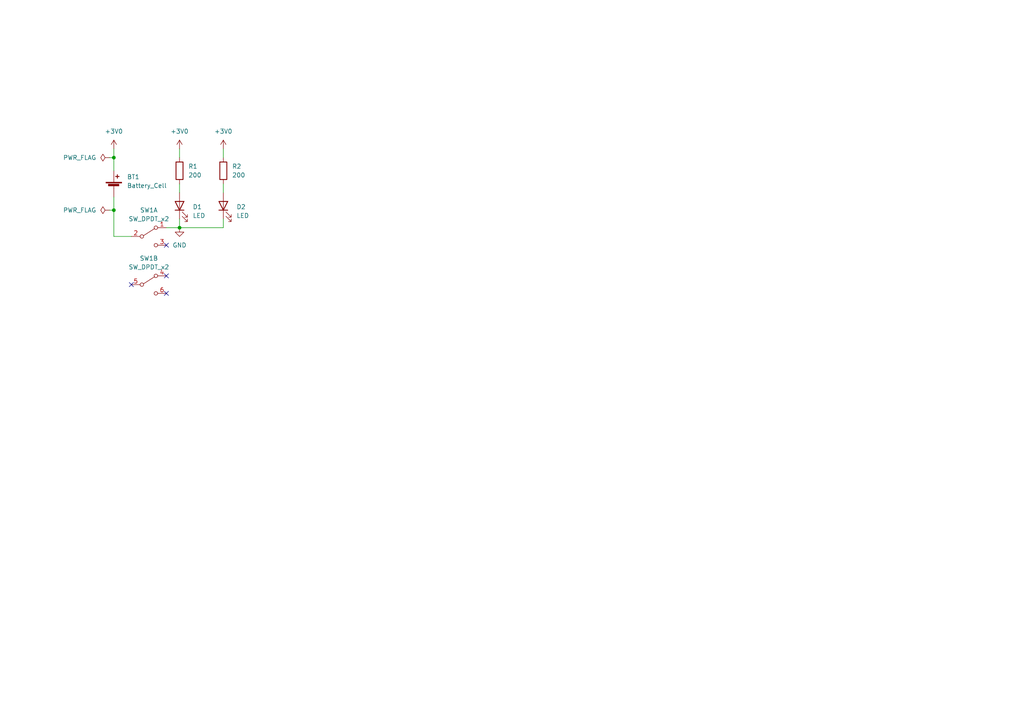
<source format=kicad_sch>
(kicad_sch (version 20211123) (generator eeschema)
  (paper "A4")
  (title_block (title "Eule") (date "2023-02-02") (rev "v2.0") (company "Kaulquappe(ZTL)"))
  (lib_symbols
    (symbol "Device:Battery_Cell" (pin_numbers hide) (pin_names (offset 0) hide)
      (property "Reference" "BT" (at 2.54 2.54 0))
      (property "Value" "Battery_Cell" (at 2.54 0 0))
      (symbol "Battery_Cell_0_1"
        (rectangle (start -2.286 1.778) (end 2.286 1.524) (fill (type outline)))
        (rectangle (start -1.5748 1.1938) (end 1.4732 0.6858) (fill (type outline)))
        (polyline (pts (xy 0 0.762) (xy 0 0)))
        (polyline (pts (xy 0 1.778) (xy 0 2.54)))
        (polyline (pts (xy 0.508 3.429) (xy 1.524 3.429)) (stroke (width 0.254)))
        (polyline (pts (xy 1.016 3.937) (xy 1.016 2.921)) (stroke (width 0.254)))
      )
      (symbol "Battery_Cell_1_1"
        (pin passive line (at 0 5.08 270) (length 2.54) (name "+") (number "1"))
        (pin passive line (at 0 -2.54 90) (length 2.54) (name "-") (number "2"))
      )
    )
    (symbol "Device:LED" (pin_numbers hide) (pin_names (offset 1.016) hide)
      (property "Reference" "D" (at 0 2.54 0))
      (property "Value" "LED" (at 0 -2.54 0))
      (symbol "LED_0_1"
        (polyline (pts (xy -1.27 -1.27) (xy -1.27 1.27)) (stroke (width 0.254)))
        (polyline (pts (xy -1.27 0) (xy 1.27 0)))
        (polyline (pts (xy 1.27 -1.27) (xy 1.27 1.27) (xy -1.27 0) (xy 1.27 -1.27)) (stroke (width 0.254)))
        (polyline (pts (xy -3.048 -0.762) (xy -4.572 -2.286) (xy -3.81 -2.286) (xy -4.572 -2.286) (xy -4.572 -1.524)))
        (polyline (pts (xy -1.778 -0.762) (xy -3.302 -2.286) (xy -2.54 -2.286) (xy -3.302 -2.286) (xy -3.302 -1.524)))
      )
      (symbol "LED_1_1"
        (pin passive line (at -3.81 0 0) (length 2.54) (name "K") (number "1"))
        (pin passive line (at 3.81 0 180) (length 2.54) (name "A") (number "2"))
      )
    )
    (symbol "Device:R" (pin_numbers hide) (pin_names (offset 0))
      (property "Reference" "R" (at 2.032 0 90))
      (property "Value" "R" (at 0 0 90))
      (symbol "R_0_1"
        (rectangle (start -1.016 -2.54) (end 1.016 2.54) (stroke (width 0.254)))
      )
      (symbol "R_1_1"
        (pin passive line (at 0 3.81 270) (length 1.27) (name "~") (number "1"))
        (pin passive line (at 0 -3.81 90) (length 1.27) (name "~") (number "2"))
      )
    )
    (symbol "Switch:SW_DPDT_x2" (pin_names (offset 0) hide)
      (property "Reference" "SW" (at 0 4.318 0))
      (property "Value" "SW_DPDT_x2" (at 0 -5.08 0))
      (symbol "SW_DPDT_x2_0_0"
        (circle (center -2.032 0) (radius 0.508))
        (circle (center 2.032 -2.54) (radius 0.508))
      )
      (symbol "SW_DPDT_x2_0_1"
        (polyline (pts (xy -1.524 0.254) (xy 1.651 2.286)))
        (circle (center 2.032 2.54) (radius 0.508))
      )
      (symbol "SW_DPDT_x2_1_1"
        (pin passive line (at 5.08 2.54 180) (length 2.54) (name "A") (number "1"))
        (pin passive line (at -5.08 0 0) (length 2.54) (name "B") (number "2"))
        (pin passive line (at 5.08 -2.54 180) (length 2.54) (name "C") (number "3"))
      )
      (symbol "SW_DPDT_x2_2_1"
        (pin passive line (at 5.08 2.54 180) (length 2.54) (name "A") (number "4"))
        (pin passive line (at -5.08 0 0) (length 2.54) (name "B") (number "5"))
        (pin passive line (at 5.08 -2.54 180) (length 2.54) (name "C") (number "6"))
      )
    )
    (symbol "power:+3V0" (power) (pin_names (offset 0))
      (property "Value" "+3V0" (at 0 3.556 0))
      (symbol "+3V0_0_1"
        (polyline (pts (xy -0.762 1.27) (xy 0 2.54)))
        (polyline (pts (xy 0 0) (xy 0 2.54)))
        (polyline (pts (xy 0 2.54) (xy 0.762 1.27)))
      )
      (symbol "+3V0_1_1"
        (pin power_in line (at 0 0 90) (length 0) hide (name "+3V0") (number "1"))
      )
    )
    (symbol "power:GND" (power) (pin_names (offset 0))
      (property "Value" "GND" (at 0 -3.81 0))
      (symbol "GND_0_1"
        (polyline (pts (xy 0 0) (xy 0 -1.27) (xy 1.27 -1.27) (xy 0 -2.54) (xy -1.27 -1.27) (xy 0 -1.27)))
      )
      (symbol "GND_1_1"
        (pin power_in line (at 0 0 270) (length 0) hide (name "GND") (number "1"))
      )
    )
    (symbol "power:PWR_FLAG" (power) (pin_numbers hide) (pin_names (offset 0) hide)
      (property "Value" "PWR_FLAG" (at 0 3.81 0))
      (symbol "PWR_FLAG_0_0"
        (pin power_out line (at 0 0 90) (length 0) (name "pwr") (number "1"))
      )
      (symbol "PWR_FLAG_0_1"
        (polyline (pts (xy 0 0) (xy 0 1.27) (xy -1.016 1.905) (xy 0 2.54) (xy 1.016 1.905) (xy 0 1.27)))
      )
    )
  )
  (junction (at 33.02 45.72))
  (junction (at 33.02 60.96))
  (junction (at 52.07 66.04))
  (no_connect (at 38.1 82.55))
  (no_connect (at 48.26 80.01))
  (no_connect (at 48.26 71.12))
  (no_connect (at 48.26 85.09))
  (wire (pts (xy 52.07 53.34) (xy 52.07 55.88)))
  (wire (pts (xy 33.02 60.96) (xy 33.02 68.58)))
  (wire (pts (xy 52.07 43.18) (xy 52.07 45.72)))
  (wire (pts (xy 64.77 63.5) (xy 64.77 66.04)))
  (wire (pts (xy 33.02 45.72) (xy 33.02 49.53)))
  (wire (pts (xy 64.77 53.34) (xy 64.77 55.88)))
  (wire (pts (xy 33.02 68.58) (xy 38.1 68.58)))
  (wire (pts (xy 48.26 66.04) (xy 52.07 66.04)))
  (wire (pts (xy 64.77 43.18) (xy 64.77 45.72)))
  (wire (pts (xy 31.75 45.72) (xy 33.02 45.72)))
  (wire (pts (xy 52.07 63.5) (xy 52.07 66.04)))
  (wire (pts (xy 31.75 60.96) (xy 33.02 60.96)))
  (wire (pts (xy 33.02 43.18) (xy 33.02 45.72)))
  (wire (pts (xy 33.02 57.15) (xy 33.02 60.96)))
  (wire (pts (xy 64.77 66.04) (xy 52.07 66.04)))
  (symbol (lib_id "Switch:SW_DPDT_x2") (at 43.18 68.58 0) (unit 1)
    (property "Reference" "SW1" (at 43.18 60.96 0))
    (property "Value" "SW_DPDT_x2" (at 43.18 63.5 0))
    (property "Footprint" "MSS22D18G2:MSS22D18G2" (effects hide))
  )
  (symbol (lib_id "Device:R") (at 52.07 49.53 0) (unit 1)
    (property "Reference" "R1" (at 54.61 48.2599 0) (effects (justify left)))
    (property "Value" "200" (at 54.61 50.7999 0) (effects (justify left)))
    (property "Footprint" "Resistor_SMD:R_1210_3225Metric_Pad1.30x2.65mm_HandSolder" (effects hide))
  )
  (symbol (lib_id "Switch:SW_DPDT_x2") (at 43.18 82.55 0) (unit 2)
    (property "Reference" "SW1" (at 43.18 74.93 0))
    (property "Value" "SW_DPDT_x2" (at 43.18 77.47 0))
    (property "Footprint" "MSS22D18G2:MSS22D18G2" (effects hide))
  )
  (symbol (lib_id "power:PWR_FLAG") (at 31.75 60.96 90) (unit 1)
    (property "Reference" "#FLG02" (effects hide))
    (property "Value" "PWR_FLAG" (at 27.94 60.9599 90) (effects (justify left)))
  )
  (symbol (lib_id "power:+3V0") (at 64.77 43.18 0) (unit 1)
    (property "Reference" "#PWR04" (effects hide))
    (property "Value" "+3V0" (at 64.77 38.1 0))
  )
  (symbol (lib_id "power:GND") (at 52.07 66.04 0) (unit 1)
    (property "Reference" "#PWR03" (effects hide))
    (property "Value" "GND" (at 52.07 71.12 0))
  )
  (symbol (lib_id "Device:LED") (at 52.07 59.69 90) (unit 1)
    (property "Reference" "D1" (at 55.88 60.0074 90) (effects (justify right)))
    (property "Value" "LED" (at 55.88 62.5474 90) (effects (justify right)))
    (property "Footprint" "LED_SMD:LED_1210_3225Metric_Pad1.42x2.65mm_HandSolder" (effects hide))
  )
  (symbol (lib_id "power:PWR_FLAG") (at 31.75 45.72 90) (unit 1)
    (property "Reference" "#FLG01" (effects hide))
    (property "Value" "PWR_FLAG" (at 27.94 45.7199 90) (effects (justify left)))
  )
  (symbol (lib_id "power:+3V0") (at 52.07 43.18 0) (unit 1)
    (property "Reference" "#PWR02" (effects hide))
    (property "Value" "+3V0" (at 52.07 38.1 0))
  )
  (symbol (lib_id "power:+3V0") (at 33.02 43.18 0) (unit 1)
    (property "Reference" "#PWR01" (effects hide))
    (property "Value" "+3V0" (at 33.02 38.1 0))
  )
  (symbol (lib_id "Device:R") (at 64.77 49.53 0) (unit 1)
    (property "Reference" "R2" (at 67.31 48.2599 0) (effects (justify left)))
    (property "Value" "200" (at 67.31 50.7999 0) (effects (justify left)))
    (property "Footprint" "Resistor_SMD:R_1210_3225Metric_Pad1.30x2.65mm_HandSolder" (effects hide))
  )
  (symbol (lib_id "Device:LED") (at 64.77 59.69 90) (unit 1)
    (property "Reference" "D2" (at 68.58 60.0074 90) (effects (justify right)))
    (property "Value" "LED" (at 68.58 62.5474 90) (effects (justify right)))
    (property "Footprint" "LED_SMD:LED_1210_3225Metric_Pad1.42x2.65mm_HandSolder" (effects hide))
  )
  (symbol (lib_id "Device:Battery_Cell") (at 33.02 54.61 0) (unit 1)
    (property "Reference" "BT1" (at 36.83 51.3079 0) (effects (justify left)))
    (property "Value" "Battery_Cell" (at 36.83 53.8479 0) (effects (justify left)))
    (property "Footprint" "Battery:BatteryHolder_Keystone_1060_1x2032" (effects hide))
  )
)
</source>
